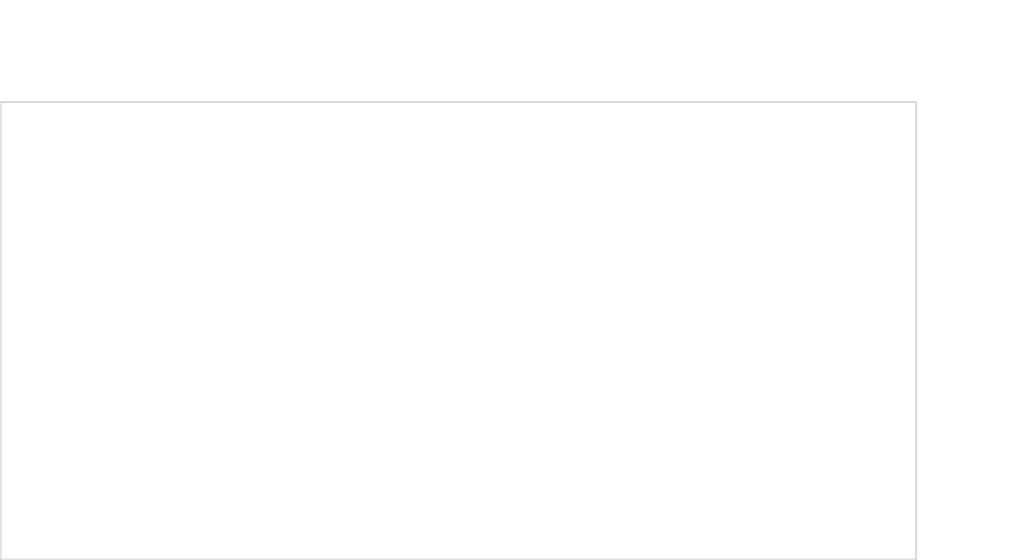
<source format=kicad_pcb>
(kicad_pcb (version 20221018) (generator pcbnew)

  (general
    (thickness 1.6)
  )

  (paper "A4")
  (layers
    (0 "F.Cu" signal)
    (31 "B.Cu" signal)
    (32 "B.Adhes" user "B.Adhesive")
    (33 "F.Adhes" user "F.Adhesive")
    (34 "B.Paste" user)
    (35 "F.Paste" user)
    (36 "B.SilkS" user "B.Silkscreen")
    (37 "F.SilkS" user "F.Silkscreen")
    (38 "B.Mask" user)
    (39 "F.Mask" user)
    (40 "Dwgs.User" user "User.Drawings")
    (41 "Cmts.User" user "User.Comments")
    (42 "Eco1.User" user "User.Eco1")
    (43 "Eco2.User" user "User.Eco2")
    (44 "Edge.Cuts" user)
    (45 "Margin" user)
    (46 "B.CrtYd" user "B.Courtyard")
    (47 "F.CrtYd" user "F.Courtyard")
    (48 "B.Fab" user)
    (49 "F.Fab" user)
  )

  (setup
    (pad_to_mask_clearance 0.051)
    (solder_mask_min_width 0.25)
    (pcbplotparams
      (layerselection 0x00010fc_ffffffff)
      (plot_on_all_layers_selection 0x0000000_00000000)
      (disableapertmacros false)
      (usegerberextensions false)
      (usegerberattributes false)
      (usegerberadvancedattributes false)
      (creategerberjobfile false)
      (dashed_line_dash_ratio 12.000000)
      (dashed_line_gap_ratio 3.000000)
      (svgprecision 4)
      (plotframeref false)
      (viasonmask false)
      (mode 1)
      (useauxorigin false)
      (hpglpennumber 1)
      (hpglpenspeed 20)
      (hpglpendiameter 15.000000)
      (dxfpolygonmode true)
      (dxfimperialunits true)
      (dxfusepcbnewfont true)
      (psnegative false)
      (psa4output false)
      (plotreference true)
      (plotvalue true)
      (plotinvisibletext false)
      (sketchpadsonfab false)
      (subtractmaskfromsilk false)
      (outputformat 1)
      (mirror false)
      (drillshape 1)
      (scaleselection 1)
      (outputdirectory "")
    )
  )

  (net 0 "")

  (gr_line (start 208.536117 138.607461) (end 220.711117 138.607461)
    (stroke (width 0.2) (type solid)) (layer "Dwgs.User") (tstamp 0d954f11-f15f-4f97-8e47-4753b2c1e814))
  (gr_line (start 217.536117 81.107461) (end 217.536117 105.300025)
    (stroke (width 0.2) (type solid)) (layer "Dwgs.User") (tstamp 272fe3cf-54a3-4152-a52f-9c30d6cd9d2e))
  (gr_line (start 205.536117 69.107461) (end 172.741131 69.107461)
    (stroke (width 0.2) (type solid)) (layer "Dwgs.User") (tstamp 3797940b-b4e3-4a51-ab25-87b9f6dd488b))
  (gr_line (start 90.536117 69.107461) (end 163.331104 69.107461)
    (stroke (width 0.2) (type solid)) (layer "Dwgs.User") (tstamp 44a6393e-6794-466c-acb2-915a0a167d42))
  (gr_line (start 88.536117 78.107461) (end 88.536117 65.932461)
    (stroke (width 0.2) (type solid)) (layer "Dwgs.User") (tstamp 7dc93cbc-eeb9-49b8-a418-6c7560f7abbd))
  (gr_line (start 217.536117 136.607461) (end 217.536117 112.414896)
    (stroke (width 0.2) (type solid)) (layer "Dwgs.User") (tstamp a7bc9f41-d7be-41e3-b891-40ff1f5b7b6e))
  (gr_line (start 208.536117 79.107461) (end 220.711117 79.107461)
    (stroke (width 0.2) (type solid)) (layer "Dwgs.User") (tstamp bedc4282-8a40-4115-8b5a-2beee41d0329))
  (gr_line (start 207.536117 78.107461) (end 207.536117 65.932461)
    (stroke (width 0.2) (type solid)) (layer "Dwgs.User") (tstamp f9f110af-1134-4edc-b7f4-9d6f728c2b8b))
  (gr_line (start 207.536117 138.607461) (end 207.536117 79.107461)
    (stroke (width 0.2) (type solid)) (layer "Edge.Cuts") (tstamp 109ea32e-145b-44c1-8a05-3e550e90c0aa))
  (gr_line (start 207.536117 79.107461) (end 88.536117 79.107461)
    (stroke (width 0.2) (type solid)) (layer "Edge.Cuts") (tstamp 26d39833-2de0-4bf7-85ee-5d34f11a5d68))
  (gr_line (start 88.536117 138.607461) (end 207.536117 138.607461)
    (stroke (width 0.2) (type solid)) (layer "Edge.Cuts") (tstamp c0407f55-9812-4cd3-a210-9e9e2d7b1980))
  (gr_line (start 88.536117 79.107461) (end 88.536117 138.607461)
    (stroke (width 0.2) (type solid)) (layer "Edge.Cuts") (tstamp d5e4f974-7e14-4211-ab7a-87afd47f5a42))
  (gr_text "[4.69]" (at 168.036117 70.996922) (layer "Dwgs.User") (tstamp 090eaeeb-0e78-42fa-ae98-f4ef4071c0eb)
    (effects (font (size 1.7 1.53) (thickness 0.2125)))
  )
  (gr_text " 119.00" (at 168.036117 67.439487) (layer "Dwgs.User") (tstamp 38e54ae4-35d5-43c8-85c9-b0a06f071210)
    (effects (font (size 1.7 1.53) (thickness 0.2125)))
  )
  (gr_text "[2.34]" (at 217.536117 110.746922) (layer "Dwgs.User") (tstamp 41e50c3d-c0bb-45d1-9a63-71be1422fa63)
    (effects (font (size 1.7 1.53) (thickness 0.2125)))
  )
  (gr_text " 59.50" (at 217.536117 107.189487) (layer "Dwgs.User") (tstamp 74d4ca6a-87fd-4ac2-b8c0-7ca111f59309)
    (effects (font (size 1.7 1.53) (thickness 0.2125)))
  )

)

</source>
